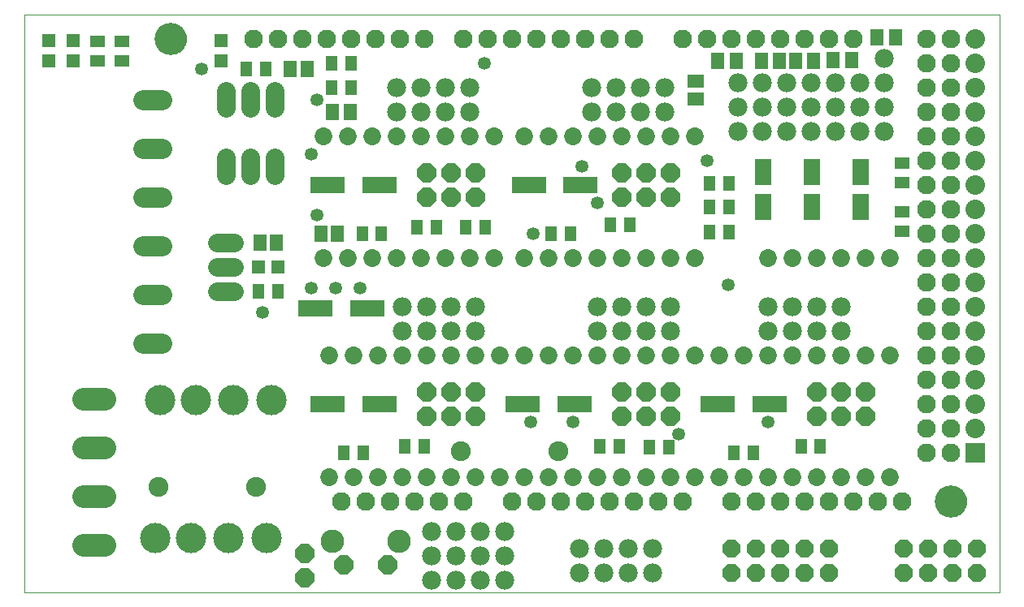
<source format=gts>
G75*
%MOIN*%
%OFA0B0*%
%FSLAX24Y24*%
%IPPOS*%
%LPD*%
%AMOC8*
5,1,8,0,0,1.08239X$1,22.5*
%
%ADD10C,0.0000*%
%ADD11R,0.0493X0.0611*%
%ADD12R,0.0690X0.1084*%
%ADD13C,0.0775*%
%ADD14C,0.0775*%
%ADD15C,0.0815*%
%ADD16C,0.0769*%
%ADD17C,0.1320*%
%ADD18R,0.0532X0.0532*%
%ADD19R,0.1438X0.0690*%
%ADD20C,0.0847*%
%ADD21OC8,0.0775*%
%ADD22C,0.0925*%
%ADD23C,0.0729*%
%ADD24OC8,0.0729*%
%ADD25R,0.0800X0.0800*%
%ADD26C,0.0800*%
%ADD27R,0.0572X0.0651*%
%ADD28R,0.0572X0.0690*%
%ADD29C,0.0965*%
%ADD30R,0.0611X0.0493*%
%ADD31C,0.1241*%
%ADD32R,0.0651X0.0572*%
%ADD33C,0.0532*%
D10*
X006933Y007050D02*
X046928Y007050D01*
X046928Y030796D01*
X006933Y030796D01*
X006933Y007050D01*
X012303Y029800D02*
X012305Y029850D01*
X012311Y029900D01*
X012321Y029949D01*
X012335Y029997D01*
X012352Y030044D01*
X012373Y030089D01*
X012398Y030133D01*
X012426Y030174D01*
X012458Y030213D01*
X012492Y030250D01*
X012529Y030284D01*
X012569Y030314D01*
X012611Y030341D01*
X012655Y030365D01*
X012701Y030386D01*
X012748Y030402D01*
X012796Y030415D01*
X012846Y030424D01*
X012895Y030429D01*
X012946Y030430D01*
X012996Y030427D01*
X013045Y030420D01*
X013094Y030409D01*
X013142Y030394D01*
X013188Y030376D01*
X013233Y030354D01*
X013276Y030328D01*
X013317Y030299D01*
X013356Y030267D01*
X013392Y030232D01*
X013424Y030194D01*
X013454Y030154D01*
X013481Y030111D01*
X013504Y030067D01*
X013523Y030021D01*
X013539Y029973D01*
X013551Y029924D01*
X013559Y029875D01*
X013563Y029825D01*
X013563Y029775D01*
X013559Y029725D01*
X013551Y029676D01*
X013539Y029627D01*
X013523Y029579D01*
X013504Y029533D01*
X013481Y029489D01*
X013454Y029446D01*
X013424Y029406D01*
X013392Y029368D01*
X013356Y029333D01*
X013317Y029301D01*
X013276Y029272D01*
X013233Y029246D01*
X013188Y029224D01*
X013142Y029206D01*
X013094Y029191D01*
X013045Y029180D01*
X012996Y029173D01*
X012946Y029170D01*
X012895Y029171D01*
X012846Y029176D01*
X012796Y029185D01*
X012748Y029198D01*
X012701Y029214D01*
X012655Y029235D01*
X012611Y029259D01*
X012569Y029286D01*
X012529Y029316D01*
X012492Y029350D01*
X012458Y029387D01*
X012426Y029426D01*
X012398Y029467D01*
X012373Y029511D01*
X012352Y029556D01*
X012335Y029603D01*
X012321Y029651D01*
X012311Y029700D01*
X012305Y029750D01*
X012303Y029800D01*
X044303Y010800D02*
X044305Y010850D01*
X044311Y010900D01*
X044321Y010949D01*
X044335Y010997D01*
X044352Y011044D01*
X044373Y011089D01*
X044398Y011133D01*
X044426Y011174D01*
X044458Y011213D01*
X044492Y011250D01*
X044529Y011284D01*
X044569Y011314D01*
X044611Y011341D01*
X044655Y011365D01*
X044701Y011386D01*
X044748Y011402D01*
X044796Y011415D01*
X044846Y011424D01*
X044895Y011429D01*
X044946Y011430D01*
X044996Y011427D01*
X045045Y011420D01*
X045094Y011409D01*
X045142Y011394D01*
X045188Y011376D01*
X045233Y011354D01*
X045276Y011328D01*
X045317Y011299D01*
X045356Y011267D01*
X045392Y011232D01*
X045424Y011194D01*
X045454Y011154D01*
X045481Y011111D01*
X045504Y011067D01*
X045523Y011021D01*
X045539Y010973D01*
X045551Y010924D01*
X045559Y010875D01*
X045563Y010825D01*
X045563Y010775D01*
X045559Y010725D01*
X045551Y010676D01*
X045539Y010627D01*
X045523Y010579D01*
X045504Y010533D01*
X045481Y010489D01*
X045454Y010446D01*
X045424Y010406D01*
X045392Y010368D01*
X045356Y010333D01*
X045317Y010301D01*
X045276Y010272D01*
X045233Y010246D01*
X045188Y010224D01*
X045142Y010206D01*
X045094Y010191D01*
X045045Y010180D01*
X044996Y010173D01*
X044946Y010170D01*
X044895Y010171D01*
X044846Y010176D01*
X044796Y010185D01*
X044748Y010198D01*
X044701Y010214D01*
X044655Y010235D01*
X044611Y010259D01*
X044569Y010286D01*
X044529Y010316D01*
X044492Y010350D01*
X044458Y010387D01*
X044426Y010426D01*
X044398Y010467D01*
X044373Y010511D01*
X044352Y010556D01*
X044335Y010603D01*
X044321Y010651D01*
X044311Y010700D01*
X044305Y010750D01*
X044303Y010800D01*
D11*
X039577Y013050D03*
X038790Y013050D03*
X036827Y012800D03*
X036040Y012800D03*
X033352Y013025D03*
X032565Y013025D03*
X031327Y013050D03*
X030540Y013050D03*
X023327Y013050D03*
X022540Y013050D03*
X020827Y012800D03*
X020040Y012800D03*
X017327Y019425D03*
X016540Y019425D03*
X020790Y021800D03*
X021577Y021800D03*
X023040Y022050D03*
X023827Y022050D03*
X025040Y022050D03*
X025827Y022050D03*
X028540Y021800D03*
X029327Y021800D03*
X030980Y022149D03*
X031767Y022149D03*
X035040Y021845D03*
X035827Y021845D03*
X035827Y022883D03*
X035040Y022883D03*
X035040Y023862D03*
X035827Y023862D03*
X020327Y027800D03*
X019540Y027800D03*
X019540Y028800D03*
X020327Y028800D03*
X016827Y028550D03*
X016040Y028550D03*
D12*
X037233Y024319D03*
X037233Y022901D03*
X039233Y022901D03*
X039233Y024319D03*
X041233Y024319D03*
X041233Y022901D03*
D13*
X041183Y025987D03*
X040183Y025987D03*
X039183Y025987D03*
X038183Y025987D03*
X037183Y025987D03*
X036183Y025987D03*
X036183Y026987D03*
X037183Y026987D03*
X038183Y026987D03*
X039183Y026987D03*
X040183Y026987D03*
X041183Y026987D03*
X042183Y026988D03*
X042183Y027988D03*
X042183Y028988D03*
X041183Y027987D03*
X040183Y027987D03*
X039183Y027987D03*
X038183Y027987D03*
X037183Y027987D03*
X036183Y027987D03*
X033183Y027800D03*
X032183Y027800D03*
X031183Y027800D03*
X030183Y027800D03*
X030183Y026800D03*
X031183Y026800D03*
X032183Y026800D03*
X033183Y026800D03*
X025183Y026800D03*
X024183Y026800D03*
X023183Y026800D03*
X022183Y026800D03*
X022183Y027800D03*
X023183Y027800D03*
X024183Y027800D03*
X025183Y027800D03*
X025433Y018800D03*
X024433Y018800D03*
X023433Y018800D03*
X022433Y018800D03*
X022433Y017800D03*
X023433Y017800D03*
X024433Y017800D03*
X025433Y017800D03*
X030433Y017800D03*
X031433Y017800D03*
X032433Y017800D03*
X033433Y017800D03*
X033433Y018800D03*
X032433Y018800D03*
X031433Y018800D03*
X030433Y018800D03*
X037433Y018800D03*
X038433Y018800D03*
X039433Y018800D03*
X040433Y018800D03*
X040433Y017800D03*
X039433Y017800D03*
X038433Y017800D03*
X037433Y017800D03*
X042183Y025988D03*
X026621Y009550D03*
X025621Y009550D03*
X024621Y009550D03*
X023621Y009550D03*
X023621Y008550D03*
X024621Y008550D03*
X025621Y008550D03*
X026621Y008550D03*
X026621Y007550D03*
X025621Y007550D03*
X024621Y007550D03*
X023621Y007550D03*
X029683Y007862D03*
X030683Y007862D03*
X031683Y007862D03*
X032683Y007862D03*
X032683Y008863D03*
X031683Y008863D03*
X030683Y008863D03*
X029683Y008863D03*
D14*
X015541Y019425D02*
X014826Y019425D01*
X014826Y020425D02*
X015541Y020425D01*
X015541Y021425D02*
X014826Y021425D01*
X015183Y024192D02*
X015183Y024907D01*
X016183Y024907D02*
X016183Y024192D01*
X017183Y024192D02*
X017183Y024907D01*
X017183Y026943D02*
X017183Y027657D01*
X016183Y027657D02*
X016183Y026943D01*
X015183Y026943D02*
X015183Y027657D01*
D15*
X024843Y012851D03*
X028843Y012851D03*
X016433Y011400D03*
X012433Y011400D03*
D16*
X019933Y010800D03*
X020933Y010800D03*
X021933Y010800D03*
X022933Y010800D03*
X023933Y010800D03*
X024933Y010800D03*
X026933Y010800D03*
X027933Y010800D03*
X028933Y010800D03*
X029933Y010800D03*
X030933Y010800D03*
X031933Y010800D03*
X032933Y010800D03*
X033933Y010800D03*
X035933Y010800D03*
X036933Y010800D03*
X037933Y010800D03*
X038933Y010800D03*
X039933Y010800D03*
X040933Y010800D03*
X041933Y010800D03*
X042933Y010800D03*
X043933Y012800D03*
X044933Y012800D03*
X044933Y013800D03*
X043933Y013800D03*
X043933Y014800D03*
X044933Y014800D03*
X044933Y015800D03*
X043933Y015800D03*
X043933Y016800D03*
X043933Y017800D03*
X044933Y017800D03*
X044933Y016800D03*
X044933Y018800D03*
X043933Y018800D03*
X043933Y019800D03*
X043933Y020800D03*
X044933Y020800D03*
X044933Y019800D03*
X044933Y021800D03*
X043933Y021800D03*
X043933Y022800D03*
X043933Y023800D03*
X044933Y023800D03*
X044933Y022800D03*
X044933Y024800D03*
X043933Y024800D03*
X043933Y025800D03*
X043933Y026800D03*
X044933Y026800D03*
X044933Y025800D03*
X044933Y027800D03*
X043933Y027800D03*
X043933Y028800D03*
X044933Y028800D03*
X044933Y029800D03*
X043933Y029800D03*
X040933Y029800D03*
X039933Y029800D03*
X038933Y029800D03*
X037933Y029800D03*
X036933Y029800D03*
X035933Y029800D03*
X034933Y029800D03*
X033933Y029800D03*
X031933Y029800D03*
X030933Y029800D03*
X029933Y029800D03*
X028933Y029800D03*
X027933Y029800D03*
X026933Y029800D03*
X025933Y029800D03*
X024933Y029800D03*
X023333Y029800D03*
X022333Y029800D03*
X021333Y029800D03*
X020333Y029800D03*
X019333Y029800D03*
X018333Y029800D03*
X017333Y029800D03*
X016333Y029800D03*
D17*
X012933Y029800D03*
X044933Y010800D03*
D18*
X017347Y020425D03*
X016520Y020425D03*
X014996Y028887D03*
X014996Y029713D03*
X008933Y029713D03*
X008933Y028887D03*
X007933Y028887D03*
X007933Y029713D03*
D19*
X019370Y023800D03*
X021496Y023800D03*
X027620Y023800D03*
X029746Y023800D03*
X020996Y018738D03*
X018870Y018738D03*
X019370Y014800D03*
X021496Y014800D03*
X027370Y014800D03*
X029496Y014800D03*
X035370Y014800D03*
X037496Y014800D03*
D20*
X012577Y017300D02*
X011790Y017300D01*
X011790Y019300D02*
X012577Y019300D01*
X012577Y021300D02*
X011790Y021300D01*
X011790Y023300D02*
X012577Y023300D01*
X012577Y025300D02*
X011790Y025300D01*
X011790Y027300D02*
X012577Y027300D01*
D21*
X023433Y024300D03*
X024433Y024300D03*
X025433Y024300D03*
X025433Y023300D03*
X024433Y023300D03*
X023433Y023300D03*
X031433Y023300D03*
X032433Y023300D03*
X033433Y023300D03*
X033433Y024300D03*
X032433Y024300D03*
X031433Y024300D03*
X031433Y015300D03*
X032433Y015300D03*
X033433Y015300D03*
X033433Y014300D03*
X032433Y014300D03*
X031433Y014300D03*
X025433Y014300D03*
X024433Y014300D03*
X023433Y014300D03*
X023433Y015300D03*
X024433Y015300D03*
X025433Y015300D03*
X018433Y008650D03*
X018433Y007650D03*
X020043Y008185D03*
X021823Y008185D03*
X039433Y014300D03*
X040433Y014300D03*
X041433Y014300D03*
X041433Y015300D03*
X040433Y015300D03*
X039433Y015300D03*
D22*
X010241Y014988D02*
X009376Y014988D01*
X009376Y012988D02*
X010241Y012988D01*
X010241Y010988D02*
X009376Y010988D01*
X009376Y008988D02*
X010241Y008988D01*
D23*
X019433Y011800D03*
X020433Y011800D03*
X021433Y011800D03*
X022433Y011800D03*
X023433Y011800D03*
X024433Y011800D03*
X025433Y011800D03*
X026433Y011800D03*
X027433Y011800D03*
X028433Y011800D03*
X029433Y011800D03*
X030433Y011800D03*
X031433Y011800D03*
X032433Y011800D03*
X033433Y011800D03*
X034433Y011800D03*
X035433Y011800D03*
X036433Y011800D03*
X037433Y011800D03*
X038433Y011800D03*
X039433Y011800D03*
X040433Y011800D03*
X041433Y011800D03*
X042433Y011800D03*
X042433Y016800D03*
X041433Y016800D03*
X040433Y016800D03*
X039433Y016800D03*
X038433Y016800D03*
X037433Y016800D03*
X036433Y016800D03*
X035433Y016800D03*
X034433Y016800D03*
X033433Y016800D03*
X032433Y016800D03*
X031433Y016800D03*
X030433Y016800D03*
X029433Y016800D03*
X028433Y016800D03*
X027433Y016800D03*
X026433Y016800D03*
X025433Y016800D03*
X024433Y016800D03*
X023433Y016800D03*
X022433Y016800D03*
X021433Y016800D03*
X020433Y016800D03*
X019433Y016800D03*
X019183Y020800D03*
X020183Y020800D03*
X021183Y020800D03*
X022183Y020800D03*
X023183Y020800D03*
X024183Y020800D03*
X025183Y020800D03*
X026183Y020800D03*
X027433Y020800D03*
X028433Y020800D03*
X029433Y020800D03*
X030433Y020800D03*
X031433Y020800D03*
X032433Y020800D03*
X033433Y020800D03*
X034433Y020800D03*
X037433Y020800D03*
X038433Y020800D03*
X039433Y020800D03*
X040433Y020800D03*
X041433Y020800D03*
X042433Y020800D03*
X034433Y025800D03*
X033433Y025800D03*
X032433Y025800D03*
X031433Y025800D03*
X030433Y025800D03*
X029433Y025800D03*
X028433Y025800D03*
X027433Y025800D03*
X026183Y025800D03*
X025183Y025800D03*
X024183Y025800D03*
X023183Y025800D03*
X022183Y025800D03*
X021183Y025800D03*
X020183Y025800D03*
X019183Y025800D03*
D24*
X035933Y008863D03*
X036933Y008863D03*
X037933Y008863D03*
X038933Y008863D03*
X039933Y008863D03*
X039933Y007863D03*
X038933Y007863D03*
X037933Y007863D03*
X036933Y007863D03*
X035933Y007863D03*
X042996Y007863D03*
X042996Y008863D03*
X043996Y008863D03*
X044996Y008863D03*
X045996Y008863D03*
X045996Y007863D03*
X044996Y007863D03*
X043996Y007863D03*
D25*
X045933Y012800D03*
D26*
X045933Y013800D03*
X045933Y014800D03*
X045933Y015800D03*
X045933Y016800D03*
X045933Y017800D03*
X045933Y018800D03*
X045933Y019800D03*
X045933Y020800D03*
X045933Y021800D03*
X045933Y022800D03*
X045933Y023800D03*
X045933Y024800D03*
X045933Y025800D03*
X045933Y026800D03*
X045933Y027800D03*
X045933Y028800D03*
X045933Y029800D03*
D27*
X042662Y029863D03*
X041914Y029863D03*
X040851Y028918D03*
X040103Y028918D03*
X039315Y028879D03*
X038567Y028879D03*
X037898Y028879D03*
X037150Y028879D03*
X036126Y028879D03*
X035378Y028879D03*
X019768Y021800D03*
X019099Y021800D03*
X017268Y021425D03*
X016599Y021425D03*
X017849Y028550D03*
X018518Y028550D03*
D28*
X019559Y026800D03*
X020307Y026800D03*
D29*
X019553Y009165D03*
X022313Y009165D03*
D30*
X042933Y021906D03*
X042933Y022694D03*
X042933Y023906D03*
X042933Y024694D03*
X010933Y028906D03*
X010933Y029694D03*
X009933Y029694D03*
X009933Y028906D03*
D31*
X012496Y014950D03*
X013952Y014950D03*
X015488Y014950D03*
X017062Y014950D03*
X016862Y009300D03*
X015288Y009300D03*
X013752Y009300D03*
X012296Y009300D03*
D32*
X034473Y027324D03*
X034473Y028072D03*
D33*
X034933Y024800D03*
X030433Y023050D03*
X029808Y024550D03*
X027808Y021800D03*
X020683Y019550D03*
X019683Y019550D03*
X018683Y019550D03*
X016683Y018550D03*
X018933Y022550D03*
X018683Y025050D03*
X018933Y027300D03*
X014183Y028550D03*
X025808Y028800D03*
X035808Y019675D03*
X037433Y014050D03*
X033773Y013550D03*
X029433Y014050D03*
X027683Y014050D03*
M02*

</source>
